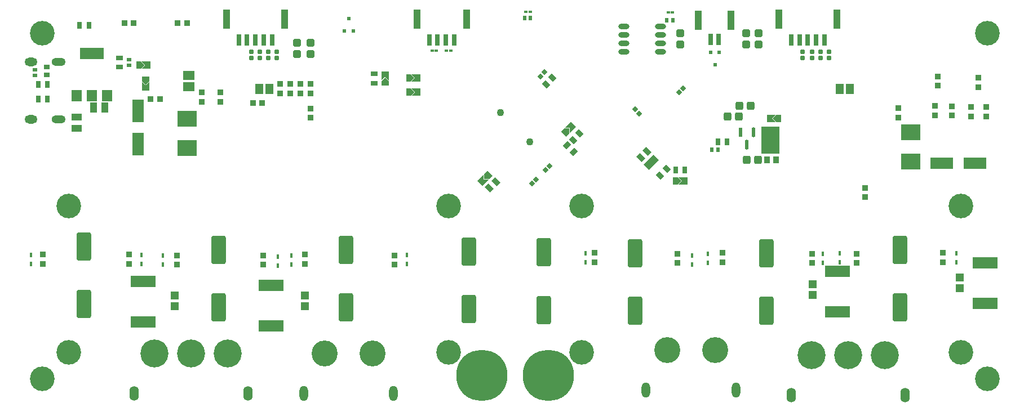
<source format=gbs>
G04*
G04 #@! TF.GenerationSoftware,Altium Limited,Altium Designer,24.0.1 (36)*
G04*
G04 Layer_Color=16711935*
%FSLAX44Y44*%
%MOMM*%
G71*
G04*
G04 #@! TF.SameCoordinates,B4139D88-366C-407F-81F0-E15026D8F30D*
G04*
G04*
G04 #@! TF.FilePolarity,Negative*
G04*
G01*
G75*
G04:AMPARAMS|DCode=83|XSize=1.2032mm|YSize=1.1032mm|CornerRadius=0.2141mm|HoleSize=0mm|Usage=FLASHONLY|Rotation=270.000|XOffset=0mm|YOffset=0mm|HoleType=Round|Shape=RoundedRectangle|*
%AMROUNDEDRECTD83*
21,1,1.2032,0.6750,0,0,270.0*
21,1,0.7750,1.1032,0,0,270.0*
1,1,0.4282,-0.3375,-0.3875*
1,1,0.4282,-0.3375,0.3875*
1,1,0.4282,0.3375,0.3875*
1,1,0.4282,0.3375,-0.3875*
%
%ADD83ROUNDEDRECTD83*%
G04:AMPARAMS|DCode=85|XSize=0.68mm|YSize=0.68mm|CornerRadius=0.2008mm|HoleSize=0mm|Usage=FLASHONLY|Rotation=270.000|XOffset=0mm|YOffset=0mm|HoleType=Round|Shape=RoundedRectangle|*
%AMROUNDEDRECTD85*
21,1,0.6800,0.2784,0,0,270.0*
21,1,0.2784,0.6800,0,0,270.0*
1,1,0.4016,-0.1392,-0.1392*
1,1,0.4016,-0.1392,0.1392*
1,1,0.4016,0.1392,0.1392*
1,1,0.4016,0.1392,-0.1392*
%
%ADD85ROUNDEDRECTD85*%
%ADD86R,0.9032X1.0532*%
%ADD115R,0.7000X1.8000*%
%ADD116R,1.1000X2.9000*%
%ADD124R,0.9652X0.9652*%
G04:AMPARAMS|DCode=126|XSize=0.66mm|YSize=0.61mm|CornerRadius=0mm|HoleSize=0mm|Usage=FLASHONLY|Rotation=45.000|XOffset=0mm|YOffset=0mm|HoleType=Round|Shape=Rectangle|*
%AMROTATEDRECTD126*
4,1,4,-0.0177,-0.4490,-0.4490,-0.0177,0.0177,0.4490,0.4490,0.0177,-0.0177,-0.4490,0.0*
%
%ADD126ROTATEDRECTD126*%

G04:AMPARAMS|DCode=127|XSize=0.99mm|YSize=0.74mm|CornerRadius=0mm|HoleSize=0mm|Usage=FLASHONLY|Rotation=135.000|XOffset=0mm|YOffset=0mm|HoleType=Round|Shape=Rectangle|*
%AMROTATEDRECTD127*
4,1,4,0.6117,-0.0884,0.0884,-0.6117,-0.6117,0.0884,-0.0884,0.6117,0.6117,-0.0884,0.0*
%
%ADD127ROTATEDRECTD127*%

%ADD128R,0.9652X0.9652*%
%ADD129R,1.1000X0.7400*%
%ADD130R,0.6000X0.5500*%
G04:AMPARAMS|DCode=131|XSize=1.2032mm|YSize=1.1032mm|CornerRadius=0.2141mm|HoleSize=0mm|Usage=FLASHONLY|Rotation=180.000|XOffset=0mm|YOffset=0mm|HoleType=Round|Shape=RoundedRectangle|*
%AMROUNDEDRECTD131*
21,1,1.2032,0.6750,0,0,180.0*
21,1,0.7750,1.1032,0,0,180.0*
1,1,0.4282,-0.3875,0.3375*
1,1,0.4282,0.3875,0.3375*
1,1,0.4282,0.3875,-0.3375*
1,1,0.4282,-0.3875,-0.3375*
%
%ADD131ROUNDEDRECTD131*%
G04:AMPARAMS|DCode=132|XSize=0.66mm|YSize=0.61mm|CornerRadius=0mm|HoleSize=0mm|Usage=FLASHONLY|Rotation=135.000|XOffset=0mm|YOffset=0mm|HoleType=Round|Shape=Rectangle|*
%AMROTATEDRECTD132*
4,1,4,0.4490,-0.0177,0.0177,-0.4490,-0.4490,0.0177,-0.0177,0.4490,0.4490,-0.0177,0.0*
%
%ADD132ROTATEDRECTD132*%

%ADD134R,0.7400X0.9900*%
%ADD135R,0.6100X0.6600*%
%ADD136O,1.6532X0.8032*%
%ADD137R,0.9900X0.7400*%
%ADD143C,3.9000*%
%ADD144O,1.3000X2.3000*%
%ADD145C,7.7032*%
%ADD146C,1.1000*%
%ADD147O,1.4032X2.2032*%
%ADD148C,4.2032*%
%ADD149O,1.9000X1.3000*%
%ADD150O,2.1000X1.2000*%
%ADD151C,0.9032*%
%ADD152C,3.7032*%
%ADD175R,0.3000X0.6500*%
G04:AMPARAMS|DCode=177|XSize=1.4741mm|YSize=0.5849mm|CornerRadius=0.2925mm|HoleSize=0mm|Usage=FLASHONLY|Rotation=270.000|XOffset=0mm|YOffset=0mm|HoleType=Round|Shape=RoundedRectangle|*
%AMROUNDEDRECTD177*
21,1,1.4741,0.0000,0,0,270.0*
21,1,0.8892,0.5849,0,0,270.0*
1,1,0.5849,0.0000,-0.4446*
1,1,0.5849,0.0000,0.4446*
1,1,0.5849,0.0000,0.4446*
1,1,0.5849,0.0000,-0.4446*
%
%ADD177ROUNDEDRECTD177*%
%ADD178R,0.5849X1.4741*%
%ADD192R,1.0000X1.5000*%
%ADD193R,1.6532X1.4532*%
G04:AMPARAMS|DCode=194|XSize=2.2032mm|YSize=4.3032mm|CornerRadius=0.3516mm|HoleSize=0mm|Usage=FLASHONLY|Rotation=180.000|XOffset=0mm|YOffset=0mm|HoleType=Round|Shape=RoundedRectangle|*
%AMROUNDEDRECTD194*
21,1,2.2032,3.6000,0,0,180.0*
21,1,1.5000,4.3032,0,0,180.0*
1,1,0.7032,-0.7500,1.8000*
1,1,0.7032,0.7500,1.8000*
1,1,0.7032,0.7500,-1.8000*
1,1,0.7032,-0.7500,-1.8000*
%
%ADD194ROUNDEDRECTD194*%
%ADD195R,1.3032X1.6032*%
%ADD196R,1.8032X3.4032*%
%ADD197R,1.1532X1.2032*%
%ADD198R,2.9462X2.3622*%
%ADD199R,3.7032X1.7032*%
G04:AMPARAMS|DCode=200|XSize=1.1mm|YSize=0.74mm|CornerRadius=0mm|HoleSize=0mm|Usage=FLASHONLY|Rotation=135.000|XOffset=0mm|YOffset=0mm|HoleType=Round|Shape=Rectangle|*
%AMROTATEDRECTD200*
4,1,4,0.6505,-0.1273,0.1273,-0.6505,-0.6505,0.1273,-0.1273,0.6505,0.6505,-0.1273,0.0*
%
%ADD200ROTATEDRECTD200*%

%ADD201C,0.3540*%
%ADD202R,3.6000X1.7500*%
%ADD203R,1.6000X1.7500*%
%ADD204R,0.9000X0.6500*%
%ADD205R,2.8032X0.5032*%
%ADD206R,0.5250X0.4300*%
%ADD207R,0.7400X1.1000*%
%ADD208R,3.4032X1.8032*%
G04:AMPARAMS|DCode=209|XSize=0.99mm|YSize=0.74mm|CornerRadius=0mm|HoleSize=0mm|Usage=FLASHONLY|Rotation=45.000|XOffset=0mm|YOffset=0mm|HoleType=Round|Shape=Rectangle|*
%AMROTATEDRECTD209*
4,1,4,-0.0884,-0.6117,-0.6117,-0.0884,0.0884,0.6117,0.6117,0.0884,-0.0884,-0.6117,0.0*
%
%ADD209ROTATEDRECTD209*%

%ADD210R,0.6600X0.6100*%
%ADD211R,1.5000X1.0000*%
G36*
X202520Y506310D02*
X189020Y506310D01*
X194520Y511810D01*
X189020Y517310D01*
X202520D01*
X202520Y506310D01*
D02*
G37*
G36*
X193520Y511810D02*
X188020Y506310D01*
X181020Y506310D01*
X181020Y517310D01*
X188020D01*
X193520Y511810D01*
D02*
G37*
G36*
X560490Y488740D02*
X554990Y494240D01*
Y494240D01*
X549490Y488740D01*
X549490Y502240D01*
X560490D01*
X560490Y488740D01*
D02*
G37*
G36*
X607920Y487260D02*
X594420Y487260D01*
X599920Y492760D01*
X599920D01*
X594420Y498260D01*
X607920Y498260D01*
Y487260D01*
D02*
G37*
G36*
X593420Y498260D02*
X598920Y492760D01*
X593420Y487260D01*
X586420Y487260D01*
Y498260D01*
X593420Y498260D01*
D02*
G37*
G36*
X201080Y487620D02*
X195580Y482120D01*
X190080Y487620D01*
Y494620D01*
X201080Y494620D01*
X201080Y487620D01*
D02*
G37*
G36*
X201080Y473120D02*
X190080Y473120D01*
Y486620D01*
X195580Y481120D01*
X201080Y486620D01*
X201080Y473120D01*
D02*
G37*
G36*
X560490Y487740D02*
X560490Y480740D01*
X549490D01*
X549490Y487740D01*
X554990Y493240D01*
X560490Y487740D01*
D02*
G37*
G36*
X607920Y465670D02*
X594420Y465670D01*
X599920Y471170D01*
X599920D01*
X594420Y476670D01*
X607920Y476670D01*
Y465670D01*
D02*
G37*
G36*
X593420Y476670D02*
X598920Y471170D01*
X593420Y465670D01*
X586420Y465670D01*
Y476670D01*
X593420Y476670D01*
D02*
G37*
G36*
X1149940Y426300D02*
X1142940Y426300D01*
X1137440Y431800D01*
X1142940Y437300D01*
X1149940Y437300D01*
Y426300D01*
D02*
G37*
G36*
X1136440Y431800D02*
X1141940Y426300D01*
X1128440D01*
Y437300D01*
X1141940D01*
X1136440Y431800D01*
D02*
G37*
G36*
X842070Y419002D02*
X832524Y409456D01*
Y417234D01*
X832524Y417234D01*
X824746Y417234D01*
X834292Y426781D01*
X842070Y419002D01*
D02*
G37*
G36*
X831817Y408749D02*
X826868Y403800D01*
X819090Y411578D01*
X824039Y416527D01*
X831817D01*
Y408749D01*
D02*
G37*
G36*
X966531Y369472D02*
X961581Y364523D01*
X953803D01*
Y372301D01*
X958752Y377251D01*
X966531Y369472D01*
D02*
G37*
G36*
X953095Y363815D02*
X960874D01*
X951328Y354269D01*
X943549Y362048D01*
X953095Y371594D01*
Y363815D01*
D02*
G37*
G36*
X716340Y345342D02*
X711391Y340393D01*
X703613D01*
Y348171D01*
X708562Y353120D01*
X716340Y345342D01*
D02*
G37*
G36*
X1008890Y332320D02*
X995390Y332320D01*
X1000890Y337820D01*
X1000890D01*
X995390Y343320D01*
X1008890Y343320D01*
Y332320D01*
D02*
G37*
G36*
X994390Y343320D02*
X999890Y337820D01*
X994390Y332320D01*
X987390Y332320D01*
Y343320D01*
X994390Y343320D01*
D02*
G37*
G36*
X702906Y339686D02*
X702906Y339686D01*
X710684Y339686D01*
X701138Y330140D01*
X693360Y337918D01*
X702906Y347464D01*
Y339686D01*
D02*
G37*
D83*
X1086730Y434340D02*
D03*
X1069730D02*
D03*
X1087510Y450850D02*
D03*
X1104510Y450850D02*
D03*
X1098060Y369570D02*
D03*
X1115060Y369570D02*
D03*
D85*
X1182370Y522450D02*
D03*
X1182370Y531650D02*
D03*
X1196340Y522450D02*
D03*
X1196340Y531650D02*
D03*
X1209040Y522450D02*
D03*
X1209040Y531650D02*
D03*
X1221740Y522450D02*
D03*
X1221740Y531650D02*
D03*
X379730Y522450D02*
D03*
X379730Y531650D02*
D03*
X392430Y522450D02*
D03*
Y531650D02*
D03*
X354330Y522450D02*
D03*
Y531650D02*
D03*
X367030Y522450D02*
D03*
Y531650D02*
D03*
D86*
X1141880Y369570D02*
D03*
X1128880D02*
D03*
D115*
X1043750Y550499D02*
D03*
X1056250D02*
D03*
X385001Y549249D02*
D03*
X334999D02*
D03*
X347498D02*
D03*
X359997D02*
D03*
X372499D02*
D03*
X658750D02*
D03*
X646248D02*
D03*
X633749D02*
D03*
X621250D02*
D03*
X1202499D02*
D03*
X1189997D02*
D03*
X1177498D02*
D03*
X1164999D02*
D03*
X1215001D02*
D03*
D116*
X1025251Y579498D02*
D03*
X1074751D02*
D03*
X316500Y580751D02*
D03*
X403500D02*
D03*
X602751D02*
D03*
X677249D02*
D03*
X1233500D02*
D03*
X1146500D02*
D03*
D124*
X568960Y225425D02*
D03*
Y211455D02*
D03*
X279400Y470535D02*
D03*
Y456565D02*
D03*
X307340Y470535D02*
D03*
Y456565D02*
D03*
X1446530Y492760D02*
D03*
Y478790D02*
D03*
X1385570Y494665D02*
D03*
Y480695D02*
D03*
X1276350Y313055D02*
D03*
Y327025D02*
D03*
X1380620Y450470D02*
D03*
X1380620Y436500D02*
D03*
X1406020Y449835D02*
D03*
Y435865D02*
D03*
X1435230Y448565D02*
D03*
Y434595D02*
D03*
X1458090Y448565D02*
D03*
Y434595D02*
D03*
X372110Y211455D02*
D03*
Y225425D02*
D03*
X40640Y212725D02*
D03*
Y226695D02*
D03*
X170180Y212725D02*
D03*
Y226695D02*
D03*
X994410Y213995D02*
D03*
Y227965D02*
D03*
X869950Y215265D02*
D03*
Y229235D02*
D03*
X242570Y211455D02*
D03*
Y225425D02*
D03*
X1196340Y213995D02*
D03*
Y227965D02*
D03*
X1061720Y215265D02*
D03*
Y229235D02*
D03*
X434340Y212725D02*
D03*
Y226695D02*
D03*
X1263650Y213995D02*
D03*
Y227965D02*
D03*
X1393190Y215265D02*
D03*
Y229235D02*
D03*
X1325880Y447040D02*
D03*
Y433070D02*
D03*
X443230Y483235D02*
D03*
Y469265D02*
D03*
X397510D02*
D03*
Y483235D02*
D03*
X412750Y469265D02*
D03*
Y483235D02*
D03*
X427990Y469265D02*
D03*
Y483235D02*
D03*
X443230Y446405D02*
D03*
Y432435D02*
D03*
D126*
X930268Y445142D02*
D03*
X936632Y438778D02*
D03*
D127*
X977770Y355470D02*
D03*
X967870Y345570D02*
D03*
X806320Y492630D02*
D03*
X796420Y482730D02*
D03*
X846960Y408810D02*
D03*
X837060Y398910D02*
D03*
D128*
X216535Y461010D02*
D03*
X202565D02*
D03*
X356235Y454660D02*
D03*
X370205D02*
D03*
X177165Y575310D02*
D03*
X163195D02*
D03*
X257175D02*
D03*
X243205D02*
D03*
D129*
X538480Y498490D02*
D03*
Y484490D02*
D03*
D130*
X1043940Y530860D02*
D03*
X1056940D02*
D03*
X1050440Y512360D02*
D03*
X500380Y582020D02*
D03*
X493880Y563520D02*
D03*
X506880D02*
D03*
D131*
X998220Y559680D02*
D03*
Y542680D02*
D03*
X1097280D02*
D03*
Y559680D02*
D03*
X1116330Y559680D02*
D03*
Y542680D02*
D03*
X443230Y545710D02*
D03*
Y528710D02*
D03*
X422910Y545710D02*
D03*
Y528710D02*
D03*
D132*
X1002672Y476892D02*
D03*
X996308Y470528D02*
D03*
X781692Y339732D02*
D03*
X775328Y333368D02*
D03*
X795648Y353688D02*
D03*
X802012Y360052D02*
D03*
X788028Y494658D02*
D03*
X794392Y501022D02*
D03*
D134*
X1068720Y396240D02*
D03*
X1054720D02*
D03*
X1005220Y354330D02*
D03*
X991220D02*
D03*
D135*
X987108Y579492D02*
D03*
X978108D02*
D03*
X1045790Y384810D02*
D03*
X1054790D02*
D03*
X764402Y582340D02*
D03*
X773402D02*
D03*
D136*
X913820Y532130D02*
D03*
X968320D02*
D03*
X913820Y570230D02*
D03*
X913820Y544830D02*
D03*
X913820Y557530D02*
D03*
X968320Y544830D02*
D03*
Y557530D02*
D03*
Y570230D02*
D03*
D137*
X156210Y508620D02*
D03*
X156210Y522620D02*
D03*
D143*
X464190Y77780D02*
D03*
X536189Y77780D02*
D03*
X1050539Y82860D02*
D03*
X978540D02*
D03*
D144*
X432689Y17780D02*
D03*
X567690D02*
D03*
X1082040Y22860D02*
D03*
X947039D02*
D03*
D145*
X700000Y45000D02*
D03*
X800000Y45000D02*
D03*
D146*
X728080Y440170D02*
D03*
X771920Y396330D02*
D03*
D147*
X178253Y17780D02*
D03*
X349251D02*
D03*
X1336449Y15720D02*
D03*
X1165451D02*
D03*
D148*
X208754Y77780D02*
D03*
X263752D02*
D03*
X318753Y77780D02*
D03*
X1195951Y75720D02*
D03*
X1250950D02*
D03*
X1305951D02*
D03*
D149*
X22499Y430300D02*
D03*
Y516800D02*
D03*
D150*
X64501Y430300D02*
D03*
X64501Y516800D02*
D03*
D151*
X680201Y64799D02*
D03*
X700000Y73000D02*
D03*
X672000Y45000D02*
D03*
X719799Y64799D02*
D03*
X728000Y45000D02*
D03*
X680201Y25201D02*
D03*
X700000Y17000D02*
D03*
X719799Y25201D02*
D03*
X819799D02*
D03*
X800000Y17000D02*
D03*
X780201Y25201D02*
D03*
X828000Y45000D02*
D03*
X819799Y64799D02*
D03*
X772000Y45000D02*
D03*
X800000Y73000D02*
D03*
X780201Y64799D02*
D03*
D152*
X850000Y300000D02*
D03*
X40000Y560000D02*
D03*
X1460000D02*
D03*
X1420000Y80000D02*
D03*
Y300000D02*
D03*
X850000Y80000D02*
D03*
X650000D02*
D03*
Y300000D02*
D03*
X80000Y80000D02*
D03*
Y300000D02*
D03*
X1460000Y40000D02*
D03*
X40000D02*
D03*
D175*
X588010Y226460D02*
D03*
Y212960D02*
D03*
X393700Y210420D02*
D03*
Y223920D02*
D03*
X22860Y212960D02*
D03*
Y226460D02*
D03*
X189230Y212960D02*
D03*
Y226460D02*
D03*
X1016000Y225190D02*
D03*
Y211690D02*
D03*
X855980Y229000D02*
D03*
Y215500D02*
D03*
X220980Y211690D02*
D03*
Y225190D02*
D03*
X1212850Y227730D02*
D03*
Y214230D02*
D03*
X1040130Y227730D02*
D03*
Y214230D02*
D03*
X414020Y211690D02*
D03*
Y225190D02*
D03*
X1238250Y229000D02*
D03*
Y215500D02*
D03*
X1413510Y229000D02*
D03*
Y215500D02*
D03*
D177*
X1108050Y410672D02*
D03*
X1098550Y391968D02*
D03*
D178*
X1089050Y410672D02*
D03*
D192*
X134230Y448310D02*
D03*
X117230D02*
D03*
D193*
X260350Y496180D02*
D03*
Y479180D02*
D03*
D194*
X930910Y141920D02*
D03*
Y228920D02*
D03*
X1127760Y141920D02*
D03*
Y228920D02*
D03*
X680720Y231460D02*
D03*
Y144460D02*
D03*
X793750Y230190D02*
D03*
Y143190D02*
D03*
X1328420Y234000D02*
D03*
X1328420Y147000D02*
D03*
X102870Y239080D02*
D03*
Y152080D02*
D03*
X496570Y234000D02*
D03*
Y147000D02*
D03*
X304800Y234000D02*
D03*
Y147000D02*
D03*
D195*
X365880Y476250D02*
D03*
X380880D02*
D03*
X1253250D02*
D03*
X1238250D02*
D03*
D196*
X184150Y442830D02*
D03*
Y392830D02*
D03*
D197*
X434340Y165480D02*
D03*
Y149480D02*
D03*
X238760D02*
D03*
Y165480D02*
D03*
X1197610Y181990D02*
D03*
Y165990D02*
D03*
X1418590Y192150D02*
D03*
Y176150D02*
D03*
D198*
X257810Y431040D02*
D03*
Y386840D02*
D03*
X1344930Y366520D02*
D03*
Y410720D02*
D03*
D199*
X383540Y180380D02*
D03*
Y119380D02*
D03*
X191770Y125690D02*
D03*
Y186690D02*
D03*
X1234440Y201950D02*
D03*
Y140950D02*
D03*
X1456690Y214650D02*
D03*
Y153650D02*
D03*
D200*
X948560Y382140D02*
D03*
X938660Y372240D02*
D03*
X711330Y326520D02*
D03*
X721230Y336420D02*
D03*
D201*
X950797Y361517D02*
D03*
X958576Y369296D02*
D03*
X1144190Y431800D02*
D03*
X1133190D02*
D03*
X993140Y337820D02*
D03*
X1004140D02*
D03*
X592170Y492760D02*
D03*
X603170D02*
D03*
X592170Y471170D02*
D03*
X603170D02*
D03*
X554990Y486490D02*
D03*
Y497490D02*
D03*
X708385Y345165D02*
D03*
X700607Y337387D02*
D03*
X195580Y488870D02*
D03*
X195580Y477870D02*
D03*
X186770Y511810D02*
D03*
X197770D02*
D03*
X827045Y411754D02*
D03*
X834823Y419533D02*
D03*
D202*
X114300Y529590D02*
D03*
D203*
X91300Y466090D02*
D03*
X114300D02*
D03*
X137300Y466090D02*
D03*
D204*
X46990Y509170D02*
D03*
Y496670D02*
D03*
D205*
X1134110Y416400D02*
D03*
Y411400D02*
D03*
Y406400D02*
D03*
Y401400D02*
D03*
Y396400D02*
D03*
Y391400D02*
D03*
Y386400D02*
D03*
Y381400D02*
D03*
D206*
X980381Y591166D02*
D03*
X986631D02*
D03*
X647115Y533400D02*
D03*
X653365D02*
D03*
X631775D02*
D03*
X625525D02*
D03*
X772745Y591820D02*
D03*
X766495D02*
D03*
D207*
X109870Y571500D02*
D03*
X95870D02*
D03*
X47640Y482600D02*
D03*
X33640D02*
D03*
X47640Y461010D02*
D03*
X33640D02*
D03*
D208*
X1441050Y364490D02*
D03*
X1391050D02*
D03*
D209*
X828170Y391030D02*
D03*
X838070Y381130D02*
D03*
D210*
X170180Y520120D02*
D03*
Y511120D02*
D03*
X29210Y504880D02*
D03*
Y495880D02*
D03*
D211*
X91440Y433950D02*
D03*
Y416950D02*
D03*
M02*

</source>
